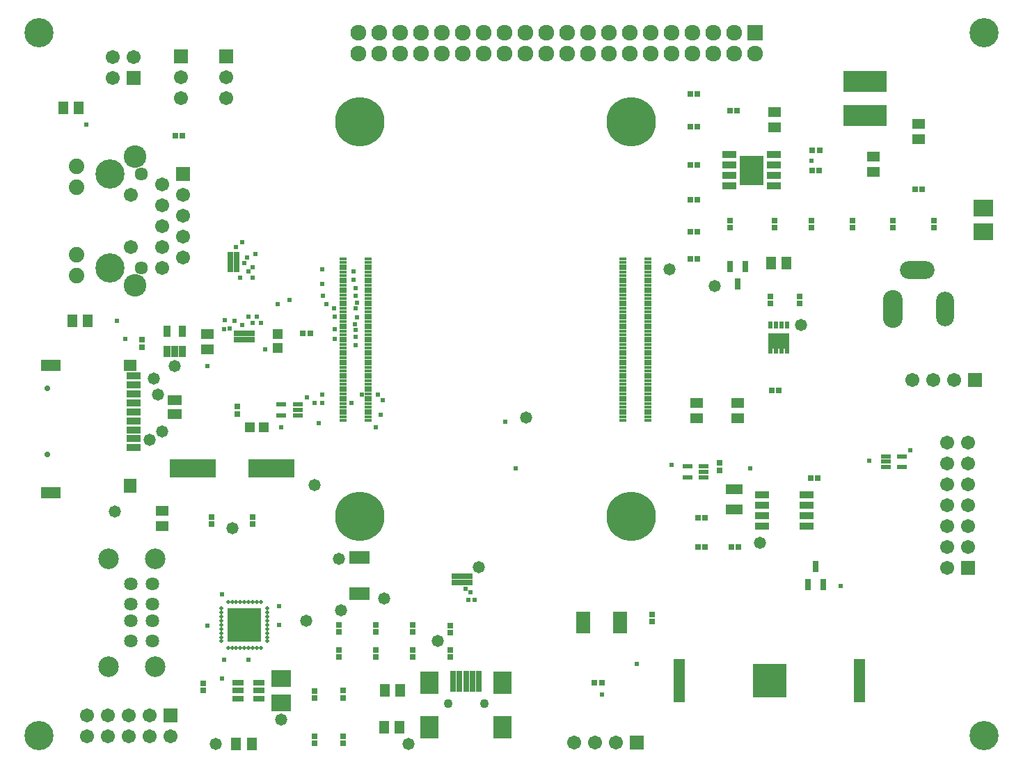
<source format=gts>
G04*
G04 #@! TF.GenerationSoftware,Altium Limited,Altium Designer,25.2.1 (25)*
G04*
G04 Layer_Color=8388736*
%FSLAX43Y43*%
%MOMM*%
G71*
G04*
G04 #@! TF.SameCoordinates,0A798D29-7D92-4AD3-8B22-41AEFD2D755B*
G04*
G04*
G04 #@! TF.FilePolarity,Negative*
G04*
G01*
G75*
%ADD56R,0.503X0.753*%
%ADD57R,0.603X0.753*%
%ADD58R,0.753X0.503*%
%ADD59R,0.753X0.603*%
%ADD60R,0.803X0.733*%
%ADD61R,0.733X0.803*%
%ADD62R,0.903X0.403*%
%ADD63R,1.473X5.283*%
%ADD64R,4.163X4.163*%
%ADD65R,2.403X1.403*%
%ADD66R,1.603X1.803*%
%ADD67R,1.803X0.903*%
%ADD68R,1.603X1.403*%
%ADD69R,1.203X1.623*%
%ADD70R,0.693X0.803*%
%ADD71R,0.503X1.603*%
%ADD72R,2.413X1.993*%
%ADD73R,1.353X0.803*%
%ADD74R,1.203X0.603*%
%ADD75R,0.803X0.693*%
%ADD76R,0.623X0.903*%
%ADD77R,0.623X0.743*%
%ADD78R,2.573X1.913*%
%ADD79R,5.703X2.203*%
%ADD80R,1.623X1.203*%
%ADD81R,1.653X0.653*%
%ADD82R,0.803X1.353*%
G04:AMPARAMS|DCode=83|XSize=4.053mm|YSize=4.053mm|CornerRadius=0mm|HoleSize=0mm|Usage=FLASHONLY|Rotation=90.000|XOffset=0mm|YOffset=0mm|HoleType=Round|Shape=RoundedRectangle|*
%AMROUNDEDRECTD83*
21,1,4.053,4.053,0,0,90.0*
21,1,4.053,4.053,0,0,90.0*
1,1,0.000,2.027,2.027*
1,1,0.000,2.027,-2.027*
1,1,0.000,-2.027,-2.027*
1,1,0.000,-2.027,2.027*
%
%ADD83ROUNDEDRECTD83*%
%ADD84C,0.503*%
%ADD85R,0.703X2.503*%
%ADD86R,2.203X2.703*%
%ADD87R,2.003X1.203*%
%ADD88R,2.913X3.553*%
%ADD89R,1.728X0.853*%
%ADD90R,0.803X1.453*%
%ADD91R,5.303X2.553*%
%ADD92R,1.203X1.303*%
%ADD93R,1.303X1.203*%
%ADD94R,1.673X1.173*%
%ADD95R,0.853X1.453*%
%ADD96R,1.753X0.903*%
%ADD97C,6.003*%
%ADD98C,1.631*%
%ADD99C,2.503*%
%ADD100C,0.703*%
%ADD101R,1.703X1.703*%
%ADD102C,1.703*%
%ADD103C,3.553*%
%ADD104C,2.753*%
%ADD105R,1.711X1.711*%
%ADD106C,1.711*%
%ADD107C,1.611*%
%ADD108C,1.883*%
%ADD109R,1.703X1.703*%
%ADD110R,1.928X1.928*%
%ADD111C,1.928*%
%ADD112C,1.103*%
%ADD113O,2.403X4.603*%
%ADD114O,4.203X2.203*%
%ADD115O,2.203X4.203*%
%ADD116C,0.603*%
%ADD117C,1.473*%
D56*
X93500Y56615D02*
D03*
X94000D02*
D03*
X95000D02*
D03*
X95500D02*
D03*
Y57385D02*
D03*
X95000D02*
D03*
X94000D02*
D03*
X93500D02*
D03*
X69000Y86230D02*
D03*
X68500D02*
D03*
X67500D02*
D03*
X67000D02*
D03*
Y87000D02*
D03*
X67500D02*
D03*
X68500D02*
D03*
X69000D02*
D03*
D57*
X94500Y56615D02*
D03*
Y57385D02*
D03*
X68000Y86230D02*
D03*
Y87000D02*
D03*
D58*
X67060Y94631D02*
D03*
Y95131D02*
D03*
Y96131D02*
D03*
Y96631D02*
D03*
X66290D02*
D03*
Y96131D02*
D03*
Y95131D02*
D03*
Y94631D02*
D03*
D59*
X67060Y95631D02*
D03*
X66290D02*
D03*
D60*
X79500Y51500D02*
D03*
Y50626D02*
D03*
Y48437D02*
D03*
Y47563D02*
D03*
X93000Y48437D02*
D03*
Y47563D02*
D03*
Y50563D02*
D03*
Y51437D02*
D03*
X88500Y50626D02*
D03*
Y51500D02*
D03*
Y48437D02*
D03*
Y47563D02*
D03*
X84000D02*
D03*
Y48437D02*
D03*
Y50626D02*
D03*
Y51500D02*
D03*
X80000Y42626D02*
D03*
Y43500D02*
D03*
X76500Y37063D02*
D03*
Y37937D02*
D03*
X80000Y37063D02*
D03*
Y37937D02*
D03*
X63000Y43500D02*
D03*
Y44374D02*
D03*
X76500Y43437D02*
D03*
Y42563D02*
D03*
X127048Y99811D02*
D03*
Y100685D02*
D03*
X151881Y99811D02*
D03*
Y100685D02*
D03*
X146914Y99811D02*
D03*
Y100685D02*
D03*
X136981Y99811D02*
D03*
Y100685D02*
D03*
X141948Y99811D02*
D03*
Y100685D02*
D03*
X132000Y90563D02*
D03*
Y91437D02*
D03*
X135500Y90563D02*
D03*
Y91437D02*
D03*
X117602Y52761D02*
D03*
Y51887D02*
D03*
X69000Y64626D02*
D03*
Y63752D02*
D03*
X64000Y64626D02*
D03*
Y63752D02*
D03*
D61*
X123096Y116062D02*
D03*
X122222D02*
D03*
X60474Y111000D02*
D03*
X59600D02*
D03*
X137937Y106750D02*
D03*
X137063D02*
D03*
X123096Y107426D02*
D03*
X122222D02*
D03*
X137096Y109204D02*
D03*
X137970D02*
D03*
X122222Y112125D02*
D03*
X123096D02*
D03*
X132126Y80000D02*
D03*
X133000D02*
D03*
X122222Y95996D02*
D03*
X123096D02*
D03*
X127937Y114070D02*
D03*
X127063D02*
D03*
X122222Y99298D02*
D03*
X123096D02*
D03*
Y103235D02*
D03*
X122222D02*
D03*
X150437Y104500D02*
D03*
X149563D02*
D03*
X136898Y69326D02*
D03*
X137772D02*
D03*
X123166Y64548D02*
D03*
X124040D02*
D03*
X128109Y61000D02*
D03*
X127235D02*
D03*
D62*
X117080Y76400D02*
D03*
X114000D02*
D03*
X117080Y76800D02*
D03*
X114000D02*
D03*
X117080Y77200D02*
D03*
X114000D02*
D03*
X117080Y77600D02*
D03*
X114000D02*
D03*
X117080Y78000D02*
D03*
X114000D02*
D03*
X117080Y78400D02*
D03*
X114000D02*
D03*
X117080Y78800D02*
D03*
X114000D02*
D03*
X117080Y79200D02*
D03*
X114000D02*
D03*
X117080Y79600D02*
D03*
X114000D02*
D03*
X117080Y80000D02*
D03*
X114000D02*
D03*
X117080Y80400D02*
D03*
X114000D02*
D03*
X117080Y80800D02*
D03*
X114000D02*
D03*
X117080Y81200D02*
D03*
X114000D02*
D03*
X117080Y81600D02*
D03*
X114000D02*
D03*
X117080Y82000D02*
D03*
X114000D02*
D03*
X117080Y82400D02*
D03*
X114000D02*
D03*
X117080Y82800D02*
D03*
X114000D02*
D03*
X117080Y83200D02*
D03*
X114000D02*
D03*
X117080Y83600D02*
D03*
X114000D02*
D03*
X117080Y84000D02*
D03*
X114000D02*
D03*
X117080Y84400D02*
D03*
X114000D02*
D03*
X117080Y84800D02*
D03*
X114000D02*
D03*
X117080Y85200D02*
D03*
X114000D02*
D03*
X117080Y85600D02*
D03*
X114000D02*
D03*
X117080Y86000D02*
D03*
X114000D02*
D03*
X117080Y86400D02*
D03*
X114000D02*
D03*
X117080Y86800D02*
D03*
X114000D02*
D03*
X117080Y87200D02*
D03*
X114000D02*
D03*
X117080Y87600D02*
D03*
X114000D02*
D03*
X117080Y88000D02*
D03*
X114000D02*
D03*
X117080Y88400D02*
D03*
X114000D02*
D03*
X117080Y88800D02*
D03*
X114000D02*
D03*
X117080Y89200D02*
D03*
X114000D02*
D03*
X117080Y89600D02*
D03*
X114000D02*
D03*
X117080Y90000D02*
D03*
X114000D02*
D03*
X117080Y90400D02*
D03*
X114000D02*
D03*
X117080Y90800D02*
D03*
X114000D02*
D03*
X117080Y91200D02*
D03*
X114000D02*
D03*
X117080Y91600D02*
D03*
X114000D02*
D03*
X117080Y92000D02*
D03*
X114000D02*
D03*
X117080Y92400D02*
D03*
X114000D02*
D03*
X117080Y92800D02*
D03*
X114000D02*
D03*
X117080Y93200D02*
D03*
X114000D02*
D03*
X117080Y93600D02*
D03*
X114000D02*
D03*
X117080Y94000D02*
D03*
X114000D02*
D03*
X117080Y94400D02*
D03*
X114000D02*
D03*
X117080Y94800D02*
D03*
X114000D02*
D03*
X117080Y95200D02*
D03*
X114000D02*
D03*
X117080Y95600D02*
D03*
X114000D02*
D03*
X117080Y96000D02*
D03*
X114000D02*
D03*
X83080Y76400D02*
D03*
X80000D02*
D03*
X83080Y76800D02*
D03*
X80000D02*
D03*
X83080Y77200D02*
D03*
X80000D02*
D03*
X83080Y77600D02*
D03*
X80000D02*
D03*
X83080Y78000D02*
D03*
X80000D02*
D03*
X83080Y78400D02*
D03*
X80000D02*
D03*
X83080Y78800D02*
D03*
X80000D02*
D03*
X83080Y79200D02*
D03*
X80000D02*
D03*
X83080Y79600D02*
D03*
X80000D02*
D03*
X83080Y80000D02*
D03*
X80000D02*
D03*
X83080Y80400D02*
D03*
X80000D02*
D03*
X83080Y80800D02*
D03*
X80000D02*
D03*
X83080Y81200D02*
D03*
X80000D02*
D03*
X83080Y81600D02*
D03*
X80000D02*
D03*
X83080Y82000D02*
D03*
X80000D02*
D03*
X83080Y82400D02*
D03*
X80000D02*
D03*
X83080Y82800D02*
D03*
X80000D02*
D03*
X83080Y83200D02*
D03*
X80000D02*
D03*
X83080Y83600D02*
D03*
X80000D02*
D03*
X83080Y84000D02*
D03*
X80000D02*
D03*
X83080Y84400D02*
D03*
X80000D02*
D03*
X83080Y84800D02*
D03*
X80000D02*
D03*
X83080Y85200D02*
D03*
X80000D02*
D03*
X83080Y85600D02*
D03*
X80000D02*
D03*
X83080Y86000D02*
D03*
X80000D02*
D03*
X83080Y86400D02*
D03*
X80000D02*
D03*
X83080Y86800D02*
D03*
X80000D02*
D03*
X83080Y87200D02*
D03*
X80000D02*
D03*
X83080Y87600D02*
D03*
X80000D02*
D03*
X83080Y88000D02*
D03*
X80000D02*
D03*
X83080Y88400D02*
D03*
X80000D02*
D03*
X83080Y88800D02*
D03*
X80000D02*
D03*
X83080Y89200D02*
D03*
X80000D02*
D03*
X83080Y89600D02*
D03*
X80000D02*
D03*
X83080Y90000D02*
D03*
X80000D02*
D03*
X83080Y90400D02*
D03*
X80000D02*
D03*
X83080Y90800D02*
D03*
X80000D02*
D03*
X83080Y91200D02*
D03*
X80000D02*
D03*
X83080Y91600D02*
D03*
X80000D02*
D03*
X83080Y92000D02*
D03*
X80000D02*
D03*
X83080Y92400D02*
D03*
X80000D02*
D03*
X83080Y92800D02*
D03*
X80000D02*
D03*
X83080Y93200D02*
D03*
X80000D02*
D03*
X83080Y93600D02*
D03*
X80000D02*
D03*
X83080Y94000D02*
D03*
X80000D02*
D03*
X83080Y94400D02*
D03*
X80000D02*
D03*
X83080Y94800D02*
D03*
X80000D02*
D03*
X83080Y95200D02*
D03*
X80000D02*
D03*
X83080Y95600D02*
D03*
X80000D02*
D03*
X83080Y96000D02*
D03*
X80000D02*
D03*
D63*
X120889Y44688D02*
D03*
X142859D02*
D03*
D64*
X131874D02*
D03*
D65*
X44450Y83035D02*
D03*
Y67535D02*
D03*
D66*
X54050Y68435D02*
D03*
D67*
X54550Y81835D02*
D03*
Y80735D02*
D03*
Y79635D02*
D03*
Y78535D02*
D03*
Y77435D02*
D03*
Y76335D02*
D03*
Y75235D02*
D03*
Y74135D02*
D03*
Y73035D02*
D03*
D68*
X54050Y83035D02*
D03*
D69*
X47798Y114427D02*
D03*
X45928D02*
D03*
X47065Y88500D02*
D03*
X48935D02*
D03*
X67000Y37000D02*
D03*
X68870D02*
D03*
X86870Y39000D02*
D03*
X85000D02*
D03*
X132065Y95500D02*
D03*
X133935D02*
D03*
X86935Y43500D02*
D03*
X85065D02*
D03*
D70*
X124060Y61000D02*
D03*
X123146D02*
D03*
X111457Y44500D02*
D03*
X110543D02*
D03*
X76000Y87000D02*
D03*
X75086D02*
D03*
D71*
X81000Y59700D02*
D03*
X81500D02*
D03*
X82000D02*
D03*
X82500D02*
D03*
X83000D02*
D03*
Y55300D02*
D03*
X82500D02*
D03*
X82000D02*
D03*
X81500D02*
D03*
X81000D02*
D03*
D72*
X72500Y42040D02*
D03*
Y44960D02*
D03*
X157909Y99298D02*
D03*
Y102218D02*
D03*
D73*
X67250Y44450D02*
D03*
Y43500D02*
D03*
Y42550D02*
D03*
X69750D02*
D03*
Y43500D02*
D03*
Y44450D02*
D03*
D74*
X74500Y77000D02*
D03*
Y77650D02*
D03*
Y78300D02*
D03*
X72500D02*
D03*
Y77000D02*
D03*
X148000Y72000D02*
D03*
Y70700D02*
D03*
X146000D02*
D03*
Y71350D02*
D03*
Y72000D02*
D03*
X123873Y69453D02*
D03*
Y70103D02*
D03*
Y70753D02*
D03*
X121873D02*
D03*
Y69453D02*
D03*
D75*
X67100Y77143D02*
D03*
Y78057D02*
D03*
X132500Y99791D02*
D03*
Y100705D02*
D03*
X125778Y71180D02*
D03*
Y70266D02*
D03*
X55500Y85293D02*
D03*
Y86207D02*
D03*
D76*
X133975Y87955D02*
D03*
X133325D02*
D03*
X132675D02*
D03*
X132025D02*
D03*
D77*
Y84875D02*
D03*
X132675D02*
D03*
X133325D02*
D03*
X133975D02*
D03*
D78*
X133000Y86000D02*
D03*
D79*
X61750Y70500D02*
D03*
X71250D02*
D03*
D80*
X144500Y106565D02*
D03*
Y108435D02*
D03*
X58000Y63500D02*
D03*
Y65370D02*
D03*
X132500Y112000D02*
D03*
Y113870D02*
D03*
X150000Y112435D02*
D03*
Y110565D02*
D03*
X123000Y78500D02*
D03*
Y76630D02*
D03*
X128000Y78500D02*
D03*
Y76630D02*
D03*
X63500Y85000D02*
D03*
Y86870D02*
D03*
D81*
X109220Y50800D02*
D03*
Y51450D02*
D03*
Y52100D02*
D03*
Y52750D02*
D03*
X113670D02*
D03*
Y52100D02*
D03*
Y51450D02*
D03*
Y50800D02*
D03*
D82*
X137500Y58600D02*
D03*
X138460Y56400D02*
D03*
X136540D02*
D03*
D83*
X68000Y51500D02*
D03*
D84*
X66000Y54300D02*
D03*
X66500D02*
D03*
X67000D02*
D03*
X67500D02*
D03*
X68000D02*
D03*
X68500D02*
D03*
X69000D02*
D03*
X69500D02*
D03*
X70000D02*
D03*
X70800Y53500D02*
D03*
Y53000D02*
D03*
Y52500D02*
D03*
Y52000D02*
D03*
Y51500D02*
D03*
Y51000D02*
D03*
Y50500D02*
D03*
Y50000D02*
D03*
Y49500D02*
D03*
X70000Y48700D02*
D03*
X69500D02*
D03*
X69000D02*
D03*
X68500D02*
D03*
X68000D02*
D03*
X67500D02*
D03*
X67000D02*
D03*
X66500D02*
D03*
X66000D02*
D03*
X65200Y49500D02*
D03*
Y50000D02*
D03*
Y50500D02*
D03*
Y51000D02*
D03*
Y51500D02*
D03*
Y52000D02*
D03*
Y52500D02*
D03*
Y53000D02*
D03*
Y53500D02*
D03*
D85*
X96550Y44600D02*
D03*
X95750D02*
D03*
X94950D02*
D03*
X94150D02*
D03*
X93350D02*
D03*
D86*
X99400Y44500D02*
D03*
X90500D02*
D03*
X99400Y39000D02*
D03*
X90500D02*
D03*
D87*
X127556Y65536D02*
D03*
Y68036D02*
D03*
D88*
X129715Y106791D02*
D03*
D89*
X132403Y108696D02*
D03*
Y107426D02*
D03*
Y106156D02*
D03*
Y104886D02*
D03*
X127027D02*
D03*
Y106156D02*
D03*
Y107426D02*
D03*
Y108696D02*
D03*
D90*
X128000Y92950D02*
D03*
X127045Y95050D02*
D03*
X128955D02*
D03*
D91*
X143500Y117575D02*
D03*
Y113425D02*
D03*
D92*
X72000Y86850D02*
D03*
Y85150D02*
D03*
D93*
X68650Y75500D02*
D03*
X70350D02*
D03*
D94*
X59500Y78830D02*
D03*
Y77170D02*
D03*
D95*
X58560Y84750D02*
D03*
X59500D02*
D03*
X60440D02*
D03*
Y87250D02*
D03*
X58560D02*
D03*
D96*
X130927Y67294D02*
D03*
Y66024D02*
D03*
Y64754D02*
D03*
Y63484D02*
D03*
X136377D02*
D03*
Y64754D02*
D03*
Y66024D02*
D03*
Y67294D02*
D03*
D97*
X115040Y112700D02*
D03*
X82040D02*
D03*
X115040Y64700D02*
D03*
X82040D02*
D03*
D98*
X56830Y56500D02*
D03*
Y54000D02*
D03*
Y52000D02*
D03*
Y49500D02*
D03*
X54210Y56500D02*
D03*
Y54000D02*
D03*
Y52000D02*
D03*
Y49500D02*
D03*
D99*
X57180Y59570D02*
D03*
X51500D02*
D03*
X57180Y46430D02*
D03*
X51500D02*
D03*
D100*
X44050Y80235D02*
D03*
Y72235D02*
D03*
D101*
X59040Y40500D02*
D03*
X156893Y81264D02*
D03*
X115697Y37211D02*
D03*
D102*
X59040Y37960D02*
D03*
X56500Y40500D02*
D03*
Y37960D02*
D03*
X53960Y40500D02*
D03*
Y37960D02*
D03*
X51420Y40500D02*
D03*
Y37960D02*
D03*
X48880Y40500D02*
D03*
Y37960D02*
D03*
X153490Y58390D02*
D03*
X156030Y60930D02*
D03*
X153490D02*
D03*
X156030Y63470D02*
D03*
X153490D02*
D03*
X156030Y66010D02*
D03*
X153490D02*
D03*
X156030Y68550D02*
D03*
X153490D02*
D03*
X156030Y71090D02*
D03*
X153490D02*
D03*
X156030Y73630D02*
D03*
X153490D02*
D03*
X154353Y81264D02*
D03*
X151813D02*
D03*
X149273D02*
D03*
X52000Y118000D02*
D03*
X54540Y120540D02*
D03*
X52000D02*
D03*
X60289Y115551D02*
D03*
Y118091D02*
D03*
X65750Y115551D02*
D03*
Y118091D02*
D03*
X108077Y37211D02*
D03*
X110617D02*
D03*
X113157D02*
D03*
D103*
X51650Y106350D02*
D03*
Y94920D02*
D03*
X158000Y38000D02*
D03*
X43000Y123500D02*
D03*
X158000D02*
D03*
X43000Y38000D02*
D03*
D104*
X54700Y108485D02*
D03*
Y92785D02*
D03*
D105*
X60540Y106350D02*
D03*
D106*
X58000Y105080D02*
D03*
X60540Y103810D02*
D03*
X58000Y102540D02*
D03*
X60540Y101270D02*
D03*
X58000Y100000D02*
D03*
X60540Y98730D02*
D03*
X58000Y97460D02*
D03*
X60540Y96190D02*
D03*
X58000Y94920D02*
D03*
X54210Y103810D02*
D03*
Y97460D02*
D03*
D107*
X55480Y106350D02*
D03*
Y94920D02*
D03*
D108*
X47590Y107275D02*
D03*
Y104735D02*
D03*
Y96535D02*
D03*
Y93995D02*
D03*
D109*
X156030Y58390D02*
D03*
X54540Y118000D02*
D03*
X60289Y120631D02*
D03*
X65750D02*
D03*
D110*
X130160Y123540D02*
D03*
D111*
Y121000D02*
D03*
X127620Y123540D02*
D03*
Y121000D02*
D03*
X125080Y123540D02*
D03*
Y121000D02*
D03*
X122540Y123540D02*
D03*
Y121000D02*
D03*
X120000Y123540D02*
D03*
Y121000D02*
D03*
X117460Y123540D02*
D03*
Y121000D02*
D03*
X114920Y123540D02*
D03*
Y121000D02*
D03*
X112380Y123540D02*
D03*
Y121000D02*
D03*
X109840Y123540D02*
D03*
Y121000D02*
D03*
X107300Y123540D02*
D03*
Y121000D02*
D03*
X104760Y123540D02*
D03*
Y121000D02*
D03*
X102220Y123540D02*
D03*
Y121000D02*
D03*
X99680Y123540D02*
D03*
Y121000D02*
D03*
X97140Y123540D02*
D03*
Y121000D02*
D03*
X94600Y123540D02*
D03*
Y121000D02*
D03*
X92060Y123540D02*
D03*
Y121000D02*
D03*
X89520Y123540D02*
D03*
Y121000D02*
D03*
X86980Y123540D02*
D03*
Y121000D02*
D03*
X84440Y123540D02*
D03*
Y121000D02*
D03*
X81900Y123540D02*
D03*
Y121000D02*
D03*
D112*
X97150Y41950D02*
D03*
X92750D02*
D03*
D113*
X146920Y89900D02*
D03*
D114*
X149820Y94700D02*
D03*
D115*
X153220Y89900D02*
D03*
D116*
X69291Y96631D02*
D03*
X67736Y98014D02*
D03*
X68327Y96206D02*
D03*
X67500Y93750D02*
D03*
X68500Y94500D02*
D03*
X69000Y93750D02*
D03*
Y95000D02*
D03*
X65605Y88605D02*
D03*
X66750Y88500D02*
D03*
X65500Y87500D02*
D03*
X66168Y87575D02*
D03*
X68500Y89000D02*
D03*
X70000Y88250D02*
D03*
X69000D02*
D03*
X69500Y89000D02*
D03*
X94921Y55874D02*
D03*
X96000Y54500D02*
D03*
X95250D02*
D03*
X95500Y55500D02*
D03*
X81688Y88869D02*
D03*
X81250Y94500D02*
D03*
Y93500D02*
D03*
X65250Y45000D02*
D03*
X149000Y72750D02*
D03*
X129500Y70500D02*
D03*
X115750Y46750D02*
D03*
X140500Y56250D02*
D03*
X111500Y43000D02*
D03*
X101000Y70500D02*
D03*
X82250Y79500D02*
D03*
X81000Y78500D02*
D03*
X99750Y76250D02*
D03*
X84250Y79500D02*
D03*
X53500Y86250D02*
D03*
X70500Y85000D02*
D03*
X72500Y75500D02*
D03*
X68500Y47250D02*
D03*
X63450Y51440D02*
D03*
X65500Y47250D02*
D03*
X65250Y55250D02*
D03*
X72250Y53750D02*
D03*
Y51500D02*
D03*
X137000Y108000D02*
D03*
X79000Y86250D02*
D03*
X77500Y93000D02*
D03*
X77573Y91500D02*
D03*
X77500Y94750D02*
D03*
X68000Y95500D02*
D03*
X67750Y88000D02*
D03*
X77000Y76000D02*
D03*
X81690Y90695D02*
D03*
X81542Y90046D02*
D03*
X81486Y91552D02*
D03*
X81486Y92491D02*
D03*
X63500Y83000D02*
D03*
X75600Y79200D02*
D03*
X48748Y112352D02*
D03*
X77500Y78500D02*
D03*
Y79500D02*
D03*
X144000Y71500D02*
D03*
X84802Y78802D02*
D03*
X84000Y75500D02*
D03*
X84552Y77052D02*
D03*
X120000Y71000D02*
D03*
X81500Y85500D02*
D03*
Y86500D02*
D03*
X78865Y90000D02*
D03*
X81564Y87364D02*
D03*
X81448Y88052D02*
D03*
X76500Y78500D02*
D03*
X78000Y90500D02*
D03*
X79000Y89000D02*
D03*
X67000Y97500D02*
D03*
X73500Y91000D02*
D03*
X52500Y88500D02*
D03*
X72000Y90500D02*
D03*
X79000Y87500D02*
D03*
D117*
X85000Y54666D02*
D03*
X102250Y76750D02*
D03*
X79750Y53250D02*
D03*
X130750Y61500D02*
D03*
X135750Y88000D02*
D03*
X125250Y92750D02*
D03*
X119750Y94750D02*
D03*
X59500Y83000D02*
D03*
X52250Y65250D02*
D03*
X66500Y63250D02*
D03*
X79500Y59500D02*
D03*
X96500Y58500D02*
D03*
X91500Y49500D02*
D03*
X72500Y40000D02*
D03*
X88000Y37000D02*
D03*
X64500D02*
D03*
X76500Y68500D02*
D03*
X75500Y52000D02*
D03*
X56500Y74000D02*
D03*
X58000Y75000D02*
D03*
X57500Y79500D02*
D03*
X57000Y81500D02*
D03*
M02*

</source>
